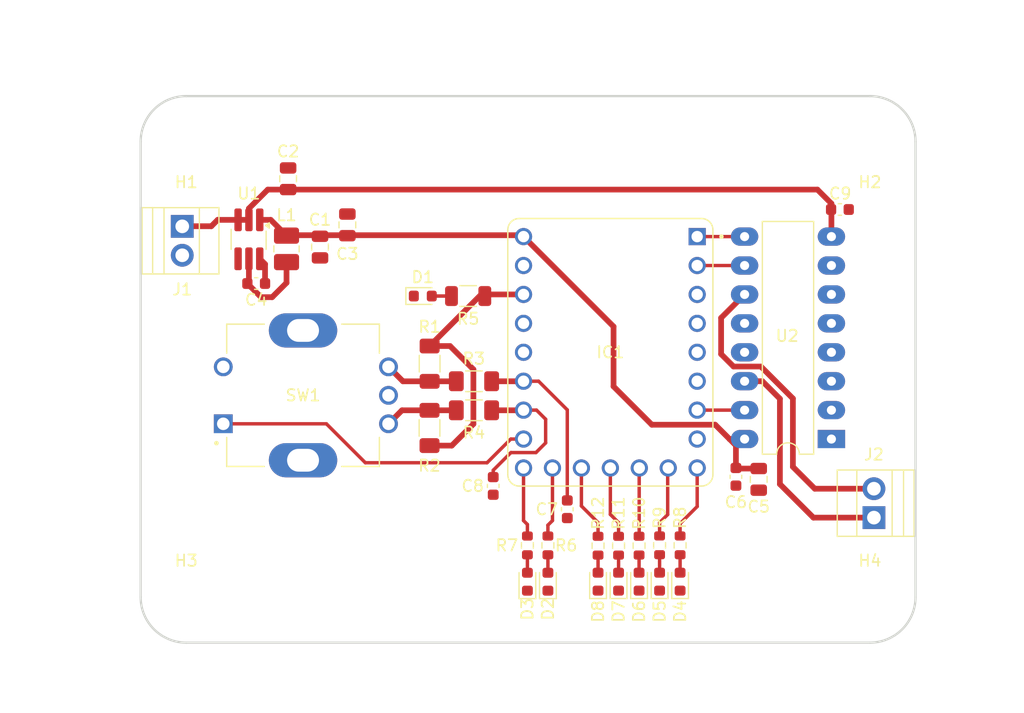
<source format=kicad_pcb>
(kicad_pcb (version 20240108) (generator "pcbnew") (generator_version "8.0")
  (layers (0 "F.Cu" signal) (31 "B.Cu" power) (34 "B.Paste" user) (35 "F.Paste" user) (36 "B.SilkS" user "B.Silkscreen") (37 "F.SilkS" user "F.Silkscreen") (38 "B.Mask" user) (39 "F.Mask" user) (44 "Edge.Cuts" user))
  (net 0 "")
  (net 1 "+5V")
  (net 2 "GND")
  (net 3 "+12V")
  (net 4 "LEFTpin")
  (net 5 "S1")
  (net 6 "S2")
  (net 7 "Apin")
  (net 8 "MpinPWM")
  (net 9 "S5")
  (net 10 "S4")
  (net 12 "MpinA")
  (net 13 "SW")
  (net 14 "S3")
  (net 15 "RIGHTpin")
  (net 17 "MpinB")
  (net 18 "Bpin")
  (net 19 "+3.3V")
  (net 21 "Net-(J2-Pin_1)")
  (net 22 "Net-(J2-Pin_2)")
  (net 23 "Net-(U1-SW)")
  (net 24 "Net-(D1-A)")
  (net 25 "Net-(R1-Pad2)")
  (net 26 "Net-(U1-BST)")
  (net 27 "Net-(D2-A)")
  (net 28 "Net-(D3-A)")
  (net 29 "Net-(D4-A)")
  (net 30 "Net-(D5-A)")
  (net 31 "Net-(D6-A)")
  (net 32 "Net-(D7-A)")
  (net 33 "Net-(D8-A)")
  (net 43 "Net-(R2-Pad2)")
  (footprint "Package_TO_SOT_SMD:TSOT-23-6_HandSoldering" (layer "F.Cu") (at 125.76 81.52 -90)
    (property "Reference" "U1" (at -4.02 0 0) (layer "F.SilkS"))
    (property "Value" "AP63200WU")
    (fp_line (start -0.88 1.56) (end 0.88 1.56) (stroke (width 0.12)) (layer "F.SilkS"))
    (fp_line (start 0.08 -1.51) (end -0.72 -1.51) (stroke (width 0.12)) (layer "F.SilkS"))
    (fp_line (start 0.08 -1.51) (end 0.88 -1.51) (stroke (width 0.12)) (layer "F.SilkS"))
    (fp_poly (pts (xy -1.22 -1.46) (xy -1.46 -1.79) (xy -0.98 -1.79) (xy -1.22 -1.46)) (stroke (width 0.12)) (fill solid) (layer "F.SilkS"))
    (pad "1" smd roundrect (at -1.71 -0.95 270) (size 2 0.65) (layers "F.Cu" "F.Paste" "F.Mask") (net 1 "+5V"))
    (pad "2" smd roundrect (at -1.71 0 270) (size 2 0.65) (layers "F.Cu" "F.Paste" "F.Mask") (net 3 "+12V"))
    (pad "3" smd roundrect (at -1.71 0.95 270) (size 2 0.65) (layers "F.Cu" "F.Paste" "F.Mask") (net 3 "+12V"))
    (pad "4" smd roundrect (at 1.71 0.95 270) (size 2 0.65) (layers "F.Cu" "F.Paste" "F.Mask") (net 2 "GND"))
    (pad "5" smd roundrect (at 1.71 0 270) (size 2 0.65) (layers "F.Cu" "F.Paste" "F.Mask") (net 23 "Net-(U1-SW)"))
    (pad "6" smd roundrect (at 1.71 -0.95 270) (size 2 0.65) (layers "F.Cu" "F.Paste" "F.Mask") (net 26 "Net-(U1-BST)"))
  )
  (footprint "LED_SMD:LED_0603_1608Metric" (layer "F.Cu") (at 152 111.5875 90)
    (property "Reference" "D2" (at -2.4125 0 90) (layer "F.SilkS"))
    (property "Value" "LEFT")
    (fp_line (start 0.8 -0.735) (end -1.485 -0.735) (stroke (width 0.12)) (layer "F.SilkS"))
    (fp_line (start -1.485 -0.735) (end -1.485 0.735) (stroke (width 0.12)) (layer "F.SilkS"))
    (fp_line (start -1.485 0.735) (end 0.8 0.735) (stroke (width 0.12)) (layer "F.SilkS"))
    (pad "1" smd roundrect (at -0.7875 0 90) (size 0.875 0.95) (layers "F.Cu" "F.Paste" "F.Mask") (net 2 "GND"))
    (pad "2" smd roundrect (at 0.7875 0 90) (size 0.875 0.95) (layers "F.Cu" "F.Paste" "F.Mask") (net 27 "Net-(D2-A)"))
  )
  (footprint "Resistor_SMD:R_0603_1608Metric" (layer "F.Cu") (at 158.2 108.425 -90)
    (property "Reference" "R11" (at -2.855 0 -90) (layer "F.SilkS"))
    (property "Value" "1K")
    (fp_line (start -0.237258 0.5225) (end 0.237258 0.5225) (stroke (width 0.12)) (layer "F.SilkS"))
    (fp_line (start -0.237258 -0.5225) (end 0.237258 -0.5225) (stroke (width 0.12)) (layer "F.SilkS"))
    (pad "1" smd roundrect (at -0.825 0 270) (size 0.8 0.95) (layers "F.Cu" "F.Paste" "F.Mask") (net 10 "S4"))
    (pad "2" smd roundrect (at 0.825 0 270) (size 0.8 0.95) (layers "F.Cu" "F.Paste" "F.Mask") (net 32 "Net-(D7-A)"))
  )
  (footprint "Resistor_SMD:R_1206_3216Metric_Pad1.30x1.75mm_HandSolder" (layer "F.Cu") (at 141.62 92.44 -90)
    (property "Reference" "R1" (at -3.24 0 0) (layer "F.SilkS"))
    (property "Value" "10K")
    (fp_line (start -0.727064 0.91) (end 0.727064 0.91) (stroke (width 0.12)) (layer "F.SilkS"))
    (fp_line (start -0.727064 -0.91) (end 0.727064 -0.91) (stroke (width 0.12)) (layer "F.SilkS"))
    (pad "1" smd roundrect (at -1.55 0 270) (size 1.3 1.75) (layers "F.Cu" "F.Paste" "F.Mask") (roundrect_rratio 0.192308) (net 19 "+3.3V"))
    (pad "2" smd roundrect (at 1.55 0 270) (size 1.3 1.75) (layers "F.Cu" "F.Paste" "F.Mask") (roundrect_rratio 0.192308) (net 25 "Net-(R1-Pad2)"))
  )
  (footprint "Resistor_SMD:R_1206_3216Metric_Pad1.30x1.75mm_HandSolder" (layer "F.Cu") (at 145.51 96.535)
    (property "Reference" "R4" (at 0 1.965 0) (layer "F.SilkS"))
    (property "Value" "10K")
    (fp_line (start -0.727064 -0.91) (end 0.727064 -0.91) (stroke (width 0.12)) (layer "F.SilkS"))
    (fp_line (start -0.727064 0.91) (end 0.727064 0.91) (stroke (width 0.12)) (layer "F.SilkS"))
    (pad "1" smd roundrect (at -1.55 0) (size 1.3 1.75) (layers "F.Cu" "F.Paste" "F.Mask") (roundrect_rratio 0.192308) (net 43 "Net-(R2-Pad2)"))
    (pad "2" smd roundrect (at 1.55 0) (size 1.3 1.75) (layers "F.Cu" "F.Paste" "F.Mask") (roundrect_rratio 0.192308) (net 7 "Apin"))
  )
  (footprint "Capacitor_SMD:C_0603_1608Metric" (layer "F.Cu") (at 177.625 78.9)
    (property "Reference" "C9" (at 0.025 -1.4 0) (layer "F.SilkS"))
    (property "Value" "100uf/25V")
    (fp_line (start -0.14058 -0.51) (end 0.14058 -0.51) (stroke (width 0.12)) (layer "F.SilkS"))
    (fp_line (start -0.14058 0.51) (end 0.14058 0.51) (stroke (width 0.12)) (layer "F.SilkS"))
    (pad "1" smd roundrect (at -0.775 0) (size 0.9 0.95) (layers "F.Cu" "F.Paste" "F.Mask") (net 3 "+12V"))
    (pad "2" smd roundrect (at 0.775 0) (size 0.9 0.95) (layers "F.Cu" "F.Paste" "F.Mask") (net 2 "GND"))
  )
  (footprint "MountingHole:MountingHole_2.2mm_M2" (layer "F.Cu") (at 120.26 72.94)
    (property "Reference" "H1" (at 0 3.56 0) (layer "F.SilkS"))
    (property "Value" "MountingHole")
    (pad "" np_thru_hole circle (at 0 0) (size 2.2 2.2) (drill 2.2) (layers "*.Cu" "*.Mask"))
  )
  (footprint "LED_SMD:LED_0603_1608Metric" (layer "F.Cu") (at 156.4 111.5825 90)
    (property "Reference" "D8" (at -2.6175 0 90) (layer "F.SilkS"))
    (property "Value" "S5")
    (fp_line (start 0.8 -0.735) (end -1.485 -0.735) (stroke (width 0.12)) (layer "F.SilkS"))
    (fp_line (start -1.485 -0.735) (end -1.485 0.735) (stroke (width 0.12)) (layer "F.SilkS"))
    (fp_line (start -1.485 0.735) (end 0.8 0.735) (stroke (width 0.12)) (layer "F.SilkS"))
    (pad "1" smd roundrect (at -0.7875 0 90) (size 0.875 0.95) (layers "F.Cu" "F.Paste" "F.Mask") (net 2 "GND"))
    (pad "2" smd roundrect (at 0.7875 0 90) (size 0.875 0.95) (layers "F.Cu" "F.Paste" "F.Mask") (net 33 "Net-(D8-A)"))
  )
  (footprint "Resistor_SMD:R_0603_1608Metric" (layer "F.Cu") (at 152 108.4 -90)
    (property "Reference" "R6" (at 0 -1.6 180) (layer "F.SilkS"))
    (property "Value" "1K")
    (fp_line (start -0.237258 0.5225) (end 0.237258 0.5225) (stroke (width 0.12)) (layer "F.SilkS"))
    (fp_line (start -0.237258 -0.5225) (end 0.237258 -0.5225) (stroke (width 0.12)) (layer "F.SilkS"))
    (pad "1" smd roundrect (at -0.825 0 270) (size 0.8 0.95) (layers "F.Cu" "F.Paste" "F.Mask") (net 4 "LEFTpin"))
    (pad "2" smd roundrect (at 0.825 0 270) (size 0.8 0.95) (layers "F.Cu" "F.Paste" "F.Mask") (net 27 "Net-(D2-A)"))
  )
  (footprint "MountingHole:MountingHole_2.2mm_M2" (layer "F.Cu") (at 120.26 112.94)
    (property "Reference" "H3" (at 0 -3.2 0) (layer "F.SilkS"))
    (property "Value" "MountingHole")
    (pad "" np_thru_hole circle (at 0 0) (size 2.2 2.2) (drill 2.2) (layers "*.Cu" "*.Mask"))
  )
  (footprint "LED_SMD:LED_0603_1608Metric" (layer "F.Cu") (at 158.2 111.5825 90)
    (property "Reference" "D7" (at -2.6175 0 -90) (layer "F.SilkS"))
    (property "Value" "S4")
    (fp_line (start 0.8 -0.735) (end -1.485 -0.735) (stroke (width 0.12)) (layer "F.SilkS"))
    (fp_line (start -1.485 -0.735) (end -1.485 0.735) (stroke (width 0.12)) (layer "F.SilkS"))
    (fp_line (start -1.485 0.735) (end 0.8 0.735) (stroke (width 0.12)) (layer "F.SilkS"))
    (pad "1" smd roundrect (at -0.7875 0 90) (size 0.875 0.95) (layers "F.Cu" "F.Paste" "F.Mask") (net 2 "GND"))
    (pad "2" smd roundrect (at 0.7875 0 90) (size 0.875 0.95) (layers "F.Cu" "F.Paste" "F.Mask") (net 32 "Net-(D7-A)"))
  )
  (footprint "MountingHole:MountingHole_2.2mm_M2" (layer "F.Cu") (at 180.26 112.94)
    (property "Reference" "H4" (at 0 -3.2 0) (layer "F.SilkS"))
    (property "Value" "MountingHole")
    (pad "" np_thru_hole circle (at 0 0) (size 2.2 2.2) (drill 2.2) (layers "*.Cu" "*.Mask"))
  )
  (footprint "Resistor_SMD:R_1206_3216Metric_Pad1.30x1.75mm_HandSolder" (layer "F.Cu") (at 141.61 98.085 -90)
    (property "Reference" "R2" (at 3.315 0.01 0) (layer "F.SilkS"))
    (property "Value" "10K")
    (fp_line (start -0.727064 0.91) (end 0.727064 0.91) (stroke (width 0.12)) (layer "F.SilkS"))
    (fp_line (start -0.727064 -0.91) (end 0.727064 -0.91) (stroke (width 0.12)) (layer "F.SilkS"))
    (pad "1" smd roundrect (at -1.55 0 270) (size 1.3 1.75) (layers "F.Cu" "F.Paste" "F.Mask") (roundrect_rratio 0.192308) (net 19 "+3.3V"))
    (pad "2" smd roundrect (at 1.55 0 270) (size 1.3 1.75) (layers "F.Cu" "F.Paste" "F.Mask") (roundrect_rratio 0.192308) (net 43 "Net-(R2-Pad2)"))
  )
  (footprint "Capacitor_SMD:C_0603_1608Metric" (layer "F.Cu") (at 168.5 102.375 -90)
    (property "Reference" "C6" (at 2.225 0 0) (layer "F.SilkS"))
    (property "Value" "100nf")
    (fp_line (start -0.14058 0.51) (end 0.14058 0.51) (stroke (width 0.12)) (layer "F.SilkS"))
    (fp_line (start -0.14058 -0.51) (end 0.14058 -0.51) (stroke (width 0.12)) (layer "F.SilkS"))
    (pad "1" smd roundrect (at -0.775 0 270) (size 0.9 0.95) (layers "F.Cu" "F.Paste" "F.Mask") (net 1 "+5V"))
    (pad "2" smd roundrect (at 0.775 0 270) (size 0.9 0.95) (layers "F.Cu" "F.Paste" "F.Mask") (net 2 "GND"))
  )
  (footprint "Capacitor_SMD:C_0603_1608Metric" (layer "F.Cu") (at 147.2 103.175 -90)
    (property "Reference" "C8" (at 0 1.8 180) (layer "F.SilkS"))
    (property "Value" "0.1uf")
    (fp_line (start -0.14058 0.51) (end 0.14058 0.51) (stroke (width 0.12)) (layer "F.SilkS"))
    (fp_line (start -0.14058 -0.51) (end 0.14058 -0.51) (stroke (width 0.12)) (layer "F.SilkS"))
    (pad "1" smd roundrect (at -0.775 0 270) (size 0.9 0.95) (layers "F.Cu" "F.Paste" "F.Mask") (net 2 "GND"))
    (pad "2" smd roundrect (at 0.775 0 270) (size 0.9 0.95) (layers "F.Cu" "F.Paste" "F.Mask") (net 7 "Apin"))
  )
  (footprint "Package_DIP:DIP-16_W7.62mm_LongPads" (layer "F.Cu") (at 176.88 99.06 180)
    (property "Reference" "U2" (at 3.88 9.06 0) (layer "F.SilkS"))
    (property "Value" "L293D")
    (fp_line (start 6.06 19.11) (end 6.06 -1.33) (stroke (width 0.12)) (layer "F.SilkS"))
    (fp_line (start 6.06 -1.33) (end 4.81 -1.33) (stroke (width 0.12)) (layer "F.SilkS"))
    (fp_line (start 2.81 -1.33) (end 1.56 -1.33) (stroke (width 0.12)) (layer "F.SilkS"))
    (fp_line (start 1.56 19.11) (end 6.06 19.11) (stroke (width 0.12)) (layer "F.SilkS"))
    (fp_line (start 1.56 -1.33) (end 1.56 19.11) (stroke (width 0.12)) (layer "F.SilkS"))
    (fp_arc (start 4.81 -1.33) (mid 3.81 -0.33) (end 2.81 -1.33) (stroke (width 0.12)) (layer "F.SilkS"))
    (pad "1" thru_hole rect (at 0 0 180) (size 2.4 1.6) (drill 0.8) (layers "*.Cu" "*.Mask"))
    (pad "2" thru_hole oval (at 0 2.54 180) (size 2.4 1.6) (drill 0.8) (layers "*.Cu" "*.Mask"))
    (pad "3" thru_hole oval (at 0 5.08 180) (size 2.4 1.6) (drill 0.8) (layers "*.Cu" "*.Mask"))
    (pad "4" thru_hole oval (at 0 7.62 180) (size 2.4 1.6) (drill 0.8) (layers "*.Cu" "*.Mask") (net 2 "GND"))
    (pad "5" thru_hole oval (at 0 10.16 180) (size 2.4 1.6) (drill 0.8) (layers "*.Cu" "*.Mask") (net 2 "GND"))
    (pad "6" thru_hole oval (at 0 12.7 180) (size 2.4 1.6) (drill 0.8) (layers "*.Cu" "*.Mask"))
    (pad "7" thru_hole oval (at 0 15.24 180) (size 2.4 1.6) (drill 0.8) (layers "*.Cu" "*.Mask"))
    (pad "8" thru_hole oval (at 0 17.78 180) (size 2.4 1.6) (drill 0.8) (layers "*.Cu" "*.Mask") (net 3 "+12V"))
    (pad "9" thru_hole oval (at 7.62 17.78 180) (size 2.4 1.6) (drill 0.8) (layers "*.Cu" "*.Mask") (net 8 "MpinPWM"))
    (pad "10" thru_hole oval (at 7.62 15.24 180) (size 2.4 1.6) (drill 0.8) (layers "*.Cu" "*.Mask") (net 12 "MpinA"))
    (pad "11" thru_hole oval (at 7.62 12.7 180) (size 2.4 1.6) (drill 0.8) (layers "*.Cu" "*.Mask") (net 22 "Net-(J2-Pin_2)"))
    (pad "12" thru_hole oval (at 7.62 10.16 180) (size 2.4 1.6) (drill 0.8) (layers "*.Cu" "*.Mask") (net 2 "GND"))
    (pad "13" thru_hole oval (at 7.62 7.62 180) (size 2.4 1.6) (drill 0.8) (layers "*.Cu" "*.Mask") (net 2 "GND"))
    (pad "14" thru_hole oval (at 7.62 5.08 180) (size 2.4 1.6) (drill 0.8) (layers "*.Cu" "*.Mask") (net 21 "Net-(J2-Pin_1)"))
    (pad "15" thru_hole oval (at 7.62 2.54 180) (size 2.4 1.6) (drill 0.8) (layers "*.Cu" "*.Mask") (net 17 "MpinB"))
    (pad "16" thru_hole oval (at 7.62 0 180) (size 2.4 1.6) (drill 0.8) (layers "*.Cu" "*.Mask") (net 1 "+5V"))
  )
  (footprint "Resistor_SMD:R_1206_3216Metric_Pad1.30x1.75mm_HandSolder" (layer "F.Cu") (at 145.51 93.985)
    (property "Reference" "R3" (at -0.01 -1.985 0) (layer "F.SilkS"))
    (property "Value" "10K")
    (fp_line (start -0.727064 -0.91) (end 0.727064 -0.91) (stroke (width 0.12)) (layer "F.SilkS"))
    (fp_line (start -0.727064 0.91) (end 0.727064 0.91) (stroke (width 0.12)) (layer "F.SilkS"))
    (pad "1" smd roundrect (at -1.55 0) (size 1.3 1.75) (layers "F.Cu" "F.Paste" "F.Mask") (roundrect_rratio 0.192308) (net 25 "Net-(R1-Pad2)"))
    (pad "2" smd roundrect (at 1.55 0) (size 1.3 1.75) (layers "F.Cu" "F.Paste" "F.Mask") (roundrect_rratio 0.192308) (net 18 "Bpin"))
  )
  (footprint "Resistor_SMD:R_0603_1608Metric" (layer "F.Cu") (at 163.6 108.395 -90)
    (property "Reference" "R8" (at -2.425 0 -90) (layer "F.SilkS"))
    (property "Value" "1K")
    (fp_line (start -0.237258 0.5225) (end 0.237258 0.5225) (stroke (width 0.12)) (layer "F.SilkS"))
    (fp_line (start -0.237258 -0.5225) (end 0.237258 -0.5225) (stroke (width 0.12)) (layer "F.SilkS"))
    (pad "1" smd roundrect (at -0.825 0 270) (size 0.8 0.95) (layers "F.Cu" "F.Paste" "F.Mask") (net 5 "S1"))
    (pad "2" smd roundrect (at 0.825 0 270) (size 0.8 0.95) (layers "F.Cu" "F.Paste" "F.Mask") (net 29 "Net-(D4-A)"))
  )
  (footprint "PEC11R-4215F-S0024:XDCR_PEC11R-4215F-S0024" (layer "F.Cu") (at 130.51 95.22 90)
    (property "Reference" "SW1" (at 0 0 0) (layer "F.SilkS"))
    (property "Value" "~")
    (fp_line (start 6.25 -6.7) (end 6.25 -3.4) (stroke (width 0.127)) (layer "F.SilkS"))
    (fp_line (start 3.7 -6.7) (end 6.25 -6.7) (stroke (width 0.127)) (layer "F.SilkS"))
    (fp_line (start -6.25 -6.7) (end -3.7 -6.7) (stroke (width 0.127)) (layer "F.SilkS"))
    (fp_line (start -6.25 -3.4) (end -6.25 -6.7) (stroke (width 0.127)) (layer "F.SilkS"))
    (fp_line (start -6.25 3.4) (end -6.25 6.7) (stroke (width 0.127)) (layer "F.SilkS"))
    (fp_line (start 6.25 6.7) (end 6.25 3.4) (stroke (width 0.127)) (layer "F.SilkS"))
    (fp_line (start 3.7 6.7) (end 6.25 6.7) (stroke (width 0.127)) (layer "F.SilkS"))
    (fp_line (start -6.25 6.7) (end -3.7 6.7) (stroke (width 0.127)) (layer "F.SilkS"))
    (fp_circle (center -4.2 -7.6) (end -4.1 -7.6) (stroke (width 0.2)) (fill none) (layer "F.SilkS"))
    (pad "A" thru_hole circle (at -2.5 7.5 90) (size 1.65 1.65) (drill 1.1) (layers "*.Cu" "*.Mask") (net 43 "Net-(R2-Pad2)"))
    (pad "B" thru_hole circle (at 2.5 7.5 90) (size 1.65 1.65) (drill 1.1) (layers "*.Cu" "*.Mask") (net 25 "Net-(R1-Pad2)"))
    (pad "C" thru_hole circle (at 0 7.5 90) (size 1.65 1.65) (drill 1.1) (layers "*.Cu" "*.Mask") (net 2 "GND"))
    (pad "S1" thru_hole rect (at -2.5 -7 90) (size 1.65 1.65) (drill 1.1) (layers "*.Cu" "*.Mask") (net 13 "SW"))
    (pad "S2" thru_hole circle (at 2.5 -7 90) (size 1.65 1.65) (drill 1.1) (layers "*.Cu" "*.Mask") (net 2 "GND"))
    (pad "SHIELD" thru_hole oval (at -5.7 0 90) (size 3 6) (drill oval 2 2.8) (layers "*.Cu" "*.Mask") (net 2 "GND"))
    (pad "SHIELD" thru_hole oval (at 5.7 0 90) (size 3 6) (drill oval 2 2.8) (layers "*.Cu" "*.Mask") (net 2 "GND"))
  )
  (footprint "LED_SMD:LED_0603_1608Metric" (layer "F.Cu") (at 163.6 111.5825 90)
    (property "Reference" "D4" (at -2.6175 0 -90) (layer "F.SilkS"))
    (property "Value" "S1")
    (fp_line (start 0.8 -0.735) (end -1.485 -0.735) (stroke (width 0.12)) (layer "F.SilkS"))
    (fp_line (start -1.485 -0.735) (end -1.485 0.735) (stroke (width 0.12)) (layer "F.SilkS"))
    (fp_line (start -1.485 0.735) (end 0.8 0.735) (stroke (width 0.12)) (layer "F.SilkS"))
    (pad "1" smd roundrect (at -0.7875 0 90) (size 0.875 0.95) (layers "F.Cu" "F.Paste" "F.Mask") (net 2 "GND"))
    (pad "2" smd roundrect (at 0.7875 0 90) (size 0.875 0.95) (layers "F.Cu" "F.Paste" "F.Mask") (net 29 "Net-(D4-A)"))
  )
  (footprint "LED_SMD:LED_0603_1608Metric" (layer "F.Cu") (at 161.8 111.5825 90)
    (property "Reference" "D5" (at -2.6175 0 -90) (layer "F.SilkS"))
    (property "Value" "S2")
    (fp_line (start 0.8 -0.735) (end -1.485 -0.735) (stroke (width 0.12)) (layer "F.SilkS"))
    (fp_line (start -1.485 -0.735) (end -1.485 0.735) (stroke (width 0.12)) (layer "F.SilkS"))
    (fp_line (start -1.485 0.735) (end 0.8 0.735) (stroke (width 0.12)) (layer "F.SilkS"))
    (pad "1" smd roundrect (at -0.7875 0 90) (size 0.875 0.95) (layers "F.Cu" "F.Paste" "F.Mask") (net 2 "GND"))
    (pad "2" smd roundrect (at 0.7875 0 90) (size 0.875 0.95) (layers "F.Cu" "F.Paste" "F.Mask") (net 30 "Net-(D5-A)"))
  )
  (footprint "MountingHole:MountingHole_2.2mm_M2" (layer "F.Cu") (at 180.26 72.94)
    (property "Reference" "H2" (at 0 3.56 0) (layer "F.SilkS"))
    (property "Value" "MountingHole")
    (pad "" np_thru_hole circle (at 0 0) (size 2.2 2.2) (drill 2.2) (layers "*.Cu" "*.Mask"))
  )
  (footprint "Resistor_SMD:R_1206_3216Metric" (layer "F.Cu") (at 145 86.5 180)
    (property "Reference" "R5" (at 0 -2 0) (layer "F.SilkS"))
    (property "Value" "1K")
    (fp_line (start -0.727064 0.91) (end 0.727064 0.91) (stroke (width 0.12)) (layer "F.SilkS"))
    (fp_line (start -0.727064 -0.91) (end 0.727064 -0.91) (stroke (width 0.12)) (layer "F.SilkS"))
    (pad "1" smd roundrect (at -1.4625 0 180) (size 1.125 1.75) (layers "F.Cu" "F.Paste" "F.Mask") (roundrect_rratio 0.222222) (net 19 "+3.3V"))
    (pad "2" smd roundrect (at 1.4625 0 180) (size 1.125 1.75) (layers "F.Cu" "F.Paste" "F.Mask") (roundrect_rratio 0.222222) (net 24 "Net-(D1-A)"))
  )
  (footprint "Resistor_SMD:R_0603_1608Metric" (layer "F.Cu") (at 160 108.42 -90)
    (property "Reference" "R10" (at -2.85 0 -90) (layer "F.SilkS"))
    (property "Value" "1K")
    (fp_line (start -0.237258 0.5225) (end 0.237258 0.5225) (stroke (width 0.12)) (layer "F.SilkS"))
    (fp_line (start -0.237258 -0.5225) (end 0.237258 -0.5225) (stroke (width 0.12)) (layer "F.SilkS"))
    (pad "1" smd roundrect (at -0.825 0 270) (size 0.8 0.95) (layers "F.Cu" "F.Paste" "F.Mask") (net 14 "S3"))
    (pad "2" smd roundrect (at 0.825 0 270) (size 0.8 0.95) (layers "F.Cu" "F.Paste" "F.Mask") (net 31 "Net-(D6-A)"))
  )
  (footprint "Resistor_SMD:R_0603_1608Metric" (layer "F.Cu") (at 156.4 108.425 -90)
    (property "Reference" "R12" (at -2.855 0 -90) (layer "F.SilkS"))
    (property "Value" "1K")
    (fp_line (start -0.237258 0.5225) (end 0.237258 0.5225) (stroke (width 0.12)) (layer "F.SilkS"))
    (fp_line (start -0.237258 -0.5225) (end 0.237258 -0.5225) (stroke (width 0.12)) (layer "F.SilkS"))
    (pad "1" smd roundrect (at -0.825 0 270) (size 0.8 0.95) (layers "F.Cu" "F.Paste" "F.Mask") (net 9 "S5"))
    (pad "2" smd roundrect (at 0.825 0 270) (size 0.8 0.95) (layers "F.Cu" "F.Paste" "F.Mask") (net 33 "Net-(D8-A)"))
  )
  (footprint "TerminalBlock:TerminalBlock_Xinya_XY308-2.54-2P_1x02_P2.54mm_Horizontal" (layer "F.Cu") (at 180.61 105.96 90)
    (property "Reference" "J2" (at 5.54 0 0) (layer "F.SilkS"))
    (property "Value" "01x02")
    (fp_line (start 4.18 -3.22) (end 4.18 3.52) (stroke (width 0.12)) (layer "F.SilkS"))
    (fp_line (start -1.64 -3.22) (end 4.18 -3.22) (stroke (width 0.12)) (layer "F.SilkS"))
    (fp_line (start -1.64 -3.22) (end -1.64 3.52) (stroke (width 0.12)) (layer "F.SilkS"))
    (fp_line (start -1.64 -1.501) (end 4.18 -1.501) (stroke (width 0.12)) (layer "F.SilkS"))
    (fp_line (start -1.64 1.6) (end 4.18 1.6) (stroke (width 0.12)) (layer "F.SilkS"))
    (fp_line (start -1.64 2.6) (end 4.18 2.6) (stroke (width 0.12)) (layer "F.SilkS"))
    (fp_line (start -1.64 3.52) (end 4.18 3.52) (stroke (width 0.12)) (layer "F.SilkS"))
    (pad "1" thru_hole rect (at 0 0 90) (size 2 2) (drill 1.2) (layers "*.Cu" "*.Mask") (net 21 "Net-(J2-Pin_1)"))
    (pad "2" thru_hole circle (at 2.54 0 90) (size 2 2) (drill 1.2) (layers "*.Cu" "*.Mask") (net 22 "Net-(J2-Pin_2)"))
  )
  (footprint "Capacitor_SMD:C_0603_1608Metric" (layer "F.Cu") (at 153.7 105.225 -90)
    (property "Reference" "C7" (at 0 1.8 180) (layer "F.SilkS"))
    (property "Value" "0.1uf")
    (fp_line (start -0.14058 0.51) (end 0.14058 0.51) (stroke (width 0.12)) (layer "F.SilkS"))
    (fp_line (start -0.14058 -0.51) (end 0.14058 -0.51) (stroke (width 0.12)) (layer "F.SilkS"))
    (pad "1" smd roundrect (at -0.775 0 270) (size 0.9 0.95) (layers "F.Cu" "F.Paste" "F.Mask") (net 2 "GND"))
    (pad "2" smd roundrect (at 0.775 0 270) (size 0.9 0.95) (layers "F.Cu" "F.Paste" "F.Mask") (net 18 "Bpin"))
  )
  (footprint "Capacitor_SMD:C_0603_1608Metric" (layer "F.Cu") (at 126.4 85.4 180)
    (property "Reference" "C4" (at 0 -1.43 180) (layer "F.SilkS"))
    (property "Value" "100nf")
    (fp_line (start -0.14058 0.51) (end 0.14058 0.51) (stroke (width 0.12)) (layer "F.SilkS"))
    (fp_line (start -0.14058 -0.51) (end 0.14058 -0.51) (stroke (width 0.12)) (layer "F.SilkS"))
    (pad "1" smd roundrect (at -0.775 0 180) (size 0.9 0.95) (layers "F.Cu" "F.Paste" "F.Mask") (net 26 "Net-(U1-BST)"))
    (pad "2" smd roundrect (at 0.775 0 180) (size 0.9 0.95) (layers "F.Cu" "F.Paste" "F.Mask") (net 23 "Net-(U1-SW)"))
  )
  (footprint "Resistor_SMD:R_0603_1608Metric" (layer "F.Cu") (at 150.2 108.4 -90)
    (property "Reference" "R7" (at 0 1.8 180) (layer "F.SilkS"))
    (property "Value" "1K")
    (fp_line (start -0.237258 0.5225) (end 0.237258 0.5225) (stroke (width 0.12)) (layer "F.SilkS"))
    (fp_line (start -0.237258 -0.5225) (end 0.237258 -0.5225) (stroke (width 0.12)) (layer "F.SilkS"))
    (pad "1" smd roundrect (at -0.825 0 270) (size 0.8 0.95) (layers "F.Cu" "F.Paste" "F.Mask") (net 15 "RIGHTpin"))
    (pad "2" smd roundrect (at 0.825 0 270) (size 0.8 0.95) (layers "F.Cu" "F.Paste" "F.Mask") (net 28 "Net-(D3-A)"))
  )
  (footprint "Capacitor_SMD:C_0805_2012Metric" (layer "F.Cu") (at 134.4 80.25 90)
    (property "Reference" "C3" (at -2.55 0 0) (layer "F.SilkS"))
    (property "Value" "22uf")
    (fp_line (start -0.261252 -0.735) (end 0.261252 -0.735) (stroke (width 0.12)) (layer "F.SilkS"))
    (fp_line (start -0.261252 0.735) (end 0.261252 0.735) (stroke (width 0.12)) (layer "F.SilkS"))
    (pad "1" smd roundrect (at -0.95 0 90) (size 1 1.45) (layers "F.Cu" "F.Paste" "F.Mask") (net 2 "GND"))
    (pad "2" smd roundrect (at 0.95 0 90) (size 1 1.45) (layers "F.Cu" "F.Paste" "F.Mask") (net 1 "+5V"))
  )
  (footprint "TerminalBlock:TerminalBlock_Xinya_XY308-2.54-2P_1x02_P2.54mm_Horizontal" (layer "F.Cu") (at 119.91 80.38 -90)
    (property "Reference" "J1" (at 5.54 0 0) (layer "F.SilkS"))
    (property "Value" "01x02")
    (fp_line (start -1.64 3.52) (end 4.18 3.52) (stroke (width 0.12)) (layer "F.SilkS"))
    (fp_line (start -1.64 2.6) (end 4.18 2.6) (stroke (width 0.12)) (layer "F.SilkS"))
    (fp_line (start -1.64 1.6) (end 4.18 1.6) (stroke (width 0.12)) (layer "F.SilkS"))
    (fp_line (start -1.64 -1.501) (end 4.18 -1.501) (stroke (width 0.12)) (layer "F.SilkS"))
    (fp_line (start -1.64 -3.22) (end -1.64 3.52) (stroke (width 0.12)) (layer "F.SilkS"))
    (fp_line (start -1.64 -3.22) (end 4.18 -3.22) (stroke (width 0.12)) (layer "F.SilkS"))
    (fp_line (start 4.18 -3.22) (end 4.18 3.52) (stroke (width 0.12)) (layer "F.SilkS"))
    (pad "1" thru_hole rect (at 0 0 270) (size 2 2) (drill 1.2) (layers "*.Cu" "*.Mask") (net 3 "+12V"))
    (pad "2" thru_hole circle (at 2.54 0 270) (size 2 2) (drill 1.2) (layers "*.Cu" "*.Mask") (net 2 "GND"))
  )
  (footprint "Capacitor_SMD:C_0805_2012Metric" (layer "F.Cu") (at 132 82.2 -90)
    (property "Reference" "C1" (at -2.4 0 180) (layer "F.SilkS"))
    (property "Value" "22uf/16V")
    (fp_line (start -0.261252 0.735) (end 0.261252 0.735) (stroke (width 0.12)) (layer "F.SilkS"))
    (fp_line (start -0.261252 -0.735) (end 0.261252 -0.735) (stroke (width 0.12)) (layer "F.SilkS"))
    (pad "1" smd roundrect (at -0.95 0 270) (size 1 1.45) (layers "F.Cu" "F.Paste" "F.Mask") (net 2 "GND"))
    (pad "2" smd roundrect (at 0.95 0 270) (size 1 1.45) (layers "F.Cu" "F.Paste" "F.Mask") (net 1 "+5V"))
  )
  (footprint "LED_SMD:LED_0603_1608Metric" (layer "F.Cu") (at 160 111.5825 90)
    (property "Reference" "D6" (at -2.6175 0 -90) (layer "F.SilkS"))
    (property "Value" "S3")
    (fp_line (start 0.8 -0.735) (end -1.485 -0.735) (stroke (width 0.12)) (layer "F.SilkS"))
    (fp_line (start -1.485 -0.735) (end -1.485 0.735) (stroke (width 0.12)) (layer "F.SilkS"))
    (fp_line (start -1.485 0.735) (end 0.8 0.735) (stroke (width 0.12)) (layer "F.SilkS"))
    (pad "1" smd roundrect (at -0.7875 0 90) (size 0.875 0.95) (layers "F.Cu" "F.Paste" "F.Mask") (net 2 "GND"))
    (pad "2" smd roundrect (at 0.7875 0 90) (size 0.875 0.95) (layers "F.Cu" "F.Paste" "F.Mask") (net 31 "Net-(D6-A)"))
  )
  (footprint "Capacitor_SMD:C_0805_2012Metric" (layer "F.Cu") (at 129.2 76.2 90)
    (property "Reference" "C2" (at 2.4 0 0) (layer "F.SilkS"))
    (property "Value" "22uf/16V")
    (fp_line (start -0.261252 -0.735) (end 0.261252 -0.735) (stroke (width 0.12)) (layer "F.SilkS"))
    (fp_line (start -0.261252 0.735) (end 0.261252 0.735) (stroke (width 0.12)) (layer "F.SilkS"))
    (pad "1" smd roundrect (at -0.95 0 90) (size 1 1.45) (layers "F.Cu" "F.Paste" "F.Mask") (net 3 "+12V"))
    (pad "2" smd roundrect (at 0.95 0 90) (size 1 1.45) (layers "F.Cu" "F.Paste" "F.Mask") (net 2 "GND"))
  )
  (footprint "Capacitor_SMD:C_0805_2012Metric" (layer "F.Cu") (at 170.5 102.6 -90)
    (property "Reference" "C5" (at 2.4 0 0) (layer "F.SilkS"))
    (property "Value" "100uf/6V")
    (fp_line (start -0.261252 0.735) (end 0.261252 0.735) (stroke (width 0.12)) (layer "F.SilkS"))
    (fp_line (start -0.261252 -0.735) (end 0.261252 -0.735) (stroke (width 0.12)) (layer "F.SilkS"))
    (pad "1" smd roundrect (at -0.95 0 270) (size 1 1.45) (layers "F.Cu" "F.Paste" "F.Mask") (net 1 "+5V"))
    (pad "2" smd roundrect (at 0.95 0 270) (size 1 1.45) (layers "F.Cu" "F.Paste" "F.Mask") (net 2 "GND"))
  )
  (footprint "LED_SMD:LED_0603_1608Metric" (layer "F.Cu") (at 141.02 86.5)
    (property "Reference" "D1" (at 0 -1.66 0) (layer "F.SilkS"))
    (property "Value" "PWR")
    (fp_line (start -1.485 -0.735) (end -1.485 0.735) (stroke (width 0.12)) (layer "F.SilkS"))
    (fp_line (start -1.485 0.735) (end 0.8 0.735) (stroke (width 0.12)) (layer "F.SilkS"))
    (fp_line (start 0.8 -0.735) (end -1.485 -0.735) (stroke (width 0.12)) (layer "F.SilkS"))
    (pad "1" smd roundrect (at -0.7875 0) (size 0.875 0.95) (layers "F.Cu" "F.Paste" "F.Mask") (net 2 "GND"))
    (pad "2" smd roundrect (at 0.7875 0) (size 0.875 0.95) (layers "F.Cu" "F.Paste" "F.Mask") (net 24 "Net-(D1-A)"))
  )
  (footprint "LED_SMD:LED_0603_1608Metric" (layer "F.Cu") (at 150.2 111.5875 90)
    (property "Reference" "D3" (at -2.4125 0 90) (layer "F.SilkS"))
    (property "Value" "RIGHT")
    (fp_line (start 0.8 -0.735) (end -1.485 -0.735) (stroke (width 0.12)) (layer "F.SilkS"))
    (fp_line (start -1.485 -0.735) (end -1.485 0.735) (stroke (width 0.12)) (layer "F.SilkS"))
    (fp_line (start -1.485 0.735) (end 0.8 0.735) (stroke (width 0.12)) (layer "F.SilkS"))
    (pad "1" smd roundrect (at -0.7875 0 90) (size 0.875 0.95) (layers "F.Cu" "F.Paste" "F.Mask") (net 2 "GND"))
    (pad "2" smd roundrect (at 0.7875 0 90) (size 0.875 0.95) (layers "F.Cu" "F.Paste" "F.Mask") (net 28 "Net-(D3-A)"))
  )
  (footprint "Resistor_SMD:R_0603_1608Metric" (layer "F.Cu") (at 161.8 108.3925 -90)
    (property "Reference" "R9" (at -2.4225 0 -90) (layer "F.SilkS"))
    (property "Value" "1K")
    (fp_line (start -0.237258 0.5225) (end 0.237258 0.5225) (stroke (width 0.12)) (layer "F.SilkS"))
    (fp_line (start -0.237258 -0.5225) (end 0.237258 -0.5225) (stroke (width 0.12)) (layer "F.SilkS"))
    (pad "1" smd roundrect (at -0.825 0 270) (size 0.8 0.95) (layers "F.Cu" "F.Paste" "F.Mask") (net 6 "S2"))
    (pad "2" smd roundrect (at 0.825 0 270) (size 0.8 0.95) (layers "F.Cu" "F.Paste" "F.Mask") (net 30 "Net-(D5-A)"))
  )
  (footprint "Inductor_SMD:L_1008_2520Metric_Pad1.43x2.20mm_HandSolder" (layer "F.Cu") (at 129.06 82.3575 90)
    (property "Reference" "L1" (at 2.9575 0 0) (layer "F.SilkS"))
    (property "Value" "4.7uH")
    (fp_line (start -0.261252 -1.11) (end 0.261252 -1.11) (stroke (width 0.12)) (layer "F.SilkS"))
    (fp_line (start -0.261252 1.11) (end 0.261252 1.11) (stroke (width 0.12)) (layer "F.SilkS"))
    (pad "1" smd roundrect (at -1.1625 0 90) (size 1.425 2.2) (layers "F.Cu" "F.Paste" "F.Mask") (roundrect_rratio 0.175439) (net 23 "Net-(U1-SW)"))
    (pad "2" smd roundrect (at 1.1625 0 90) (size 1.425 2.2) (layers "F.Cu" "F.Paste" "F.Mask") (roundrect_rratio 0.175439) (net 1 "+5V"))
  )
  (footprint "RP2040-ZERO:MODULE_RP2040-ZERO" (layer "F.Cu") (at 157.48 91.44)
    (property "Reference" "IC1" (at 0 0 0) (layer "F.SilkS"))
    (property "Value" "RP2040-ZERO")
    (fp_line (start -9 -10.75) (end -9 10.75) (stroke (width 0.127)) (layer "F.SilkS"))
    (fp_line (start -8 11.75) (end 8 11.75) (stroke (width 0.127)) (layer "F.SilkS"))
    (fp_line (start 8 -11.75) (end -8 -11.75) (stroke (width 0.127)) (layer "F.SilkS"))
    (fp_line (start 9 10.75) (end 9 -10.75) (stroke (width 0.127)) (layer "F.SilkS"))
    (fp_arc (start -9 -10.75) (mid -8.707107 -11.457107) (end -8 -11.75) (stroke (width 0.127)) (layer "F.SilkS"))
    (fp_arc (start -8 11.75) (mid -8.707107 11.457107) (end -9 10.75) (stroke (width 0.127)) (layer "F.SilkS"))
    (fp_arc (start 8 -11.75) (mid 8.707107 -11.457107) (end 9 -10.75) (stroke (width 0.127)) (layer "F.SilkS"))
    (fp_arc (start 9 10.75) (mid 8.707107 11.457107) (end 8 11.75) (stroke (width 0.127)) (layer "F.SilkS"))
    (fp_circle (center 9.75 -10.16) (end 9.85 -10.16) (stroke (width 0.2)) (fill none) (layer "F.SilkS"))
    (pad "1" thru_hole rect (at 7.62 -10.16) (size 1.508 1.508) (drill 1) (layers "*.Cu" "*.Mask") (net 8 "MpinPWM"))
    (pad "2" thru_hole circle (at 7.62 -7.62) (size 1.508 1.508) (drill 1) (layers "*.Cu" "*.Mask") (net 12 "MpinA"))
    (pad "3" thru_hole circle (at 7.62 -5.08) (size 1.508 1.508) (drill 1) (layers "*.Cu" "*.Mask"))
    (pad "4" thru_hole circle (at 7.62 -2.54) (size 1.508 1.508) (drill 1) (layers "*.Cu" "*.Mask"))
    (pad "5" thru_hole circle (at 7.62 0) (size 1.508 1.508) (drill 1) (layers "*.Cu" "*.Mask"))
    (pad "6" thru_hole circle (at 7.62 2.54) (size 1.508 1.508) (drill 1) (layers "*.Cu" "*.Mask"))
    (pad "7" thru_hole circle (at 7.62 5.08) (size 1.508 1.508) (drill 1) (layers "*.Cu" "*.Mask") (net 17 "MpinB"))
    (pad "8" thru_hole circle (at 7.62 7.62) (size 1.508 1.508) (drill 1) (layers "*.Cu" "*.Mask"))
    (pad "9" thru_hole circle (at 7.62 10.16) (size 1.508 1.508) (drill 1) (layers "*.Cu" "*.Mask") (net 5 "S1"))
    (pad "10" thru_hole circle (at 5.08 10.16) (size 1.508 1.508) (drill 1) (layers "*.Cu" "*.Mask") (net 6 "S2"))
    (pad "11" thru_hole circle (at 2.54 10.16) (size 1.508 1.508) (drill 1) (layers "*.Cu" "*.Mask") (net 14 "S3"))
    (pad "12" thru_hole circle (at 0 10.16) (size 1.508 1.508) (drill 1) (layers "*.Cu" "*.Mask") (net 10 "S4"))
    (pad "13" thru_hole circle (at -2.54 10.16) (size 1.508 1.508) (drill 1) (layers "*.Cu" "*.Mask") (net 9 "S5"))
    (pad "14" thru_hole circle (at -5.08 10.16) (size 1.508 1.508) (drill 1) (layers "*.Cu" "*.Mask") (net 4 "LEFTpin"))
    (pad "15" thru_hole circle (at -7.62 10.16) (size 1.508 1.508) (drill 1) (layers "*.Cu" "*.Mask") (net 15 "RIGHTpin"))
    (pad "16" thru_hole circle (at -7.62 7.62) (size 1.508 1.508) (drill 1) (layers "*.Cu" "*.Mask") (net 13 "SW"))
    (pad "17" thru_hole circle (at -7.62 5.08) (size 1.508 1.508) (drill 1) (layers "*.Cu" "*.Mask") (net 7 "Apin"))
    (pad "18" thru_hole circle (at -7.62 2.54) (size 1.508 1.508) (drill 1) (layers "*.Cu" "*.Mask") (net 18 "Bpin"))
    (pad "19" thru_hole circle (at -7.62 0) (size 1.508 1.508) (drill 1) (layers "*.Cu" "*.Mask"))
    (pad "20" thru_hole circle (at -7.62 -2.54) (size 1.508 1.508) (drill 1) (layers "*.Cu" "*.Mask"))
    (pad "21" thru_hole circle (at -7.62 -5.08) (size 1.508 1.508) (drill 1) (layers "*.Cu" "*.Mask") (net 19 "+3.3V"))
    (pad "22" thru_hole circle (at -7.62 -7.62) (size 1.508 1.508) (drill 1) (layers "*.Cu" "*.Mask") (net 2 "GND"))
    (pad "23" thru_hole circle (at -7.62 -10.16) (size 1.508 1.508) (drill 1) (layers "*.Cu" "*.Mask") (net 1 "+5V"))
  )
  (gr_line (start 180.26 68.94) (end 120.26 68.94) (stroke (width 0.2)) (layer "Edge.Cuts"))
  (gr_arc (start 180.26 68.94) (mid 183.088427 70.111573) (end 184.26 72.94) (stroke (width 0.2)) (layer "Edge.Cuts"))
  (gr_line (start 184.26 72.94) (end 184.26 112.94) (stroke (width 0.2)) (layer "Edge.Cuts"))
  (gr_line (start 180.26 116.94) (end 120.26 116.94) (stroke (width 0.2)) (layer "Edge.Cuts"))
  (gr_arc (start 116.26 72.94) (mid 117.431573 70.111573) (end 120.26 68.94) (stroke (width 0.2)) (layer "Edge.Cuts"))
  (gr_arc (start 184.26 112.94) (mid 183.088427 115.768427) (end 180.26 116.94) (stroke (width 0.2)) (layer "Edge.Cuts"))
  (gr_line (start 116.26 72.94) (end 116.26 112.94) (stroke (width 0.2)) (layer "Edge.Cuts"))
  (gr_arc (start 120.26 116.94) (mid 117.431573 115.768427) (end 116.26 112.94) (stroke (width 0.2)) (layer "Edge.Cuts"))
  (segment (start 170.5 101.65) (end 168.55 101.65) (width 0.5) (layer "F.Cu") (net 1))
  (segment (start 157.76 89.18) (end 149.86 81.28) (width 0.5) (layer "F.Cu") (net 1))
  (segment (start 127.675 79.81) (end 129.06 81.195) (width 0.5) (layer "F.Cu") (net 1))
  (segment (start 157.76 94.44) (end 157.76 89.18) (width 0.5) (layer "F.Cu") (net 1))
  (segment (start 168.5 101.6) (end 168.5 99.62) (width 0.5) (layer "F.Cu") (net 1))
  (segment (start 166.68 97.8) (end 161.12 97.8) (width 0.5) (layer "F.Cu") (net 1))
  (segment (start 129.0975 81.1575) (end 149.7375 81.1575) (width 0.5) (layer "F.Cu") (net 1))
  (segment (start 169.26 99.06) (end 167.94 99.06) (width 0.5) (layer "F.Cu") (net 1))
  (segment (start 126.71 79.81) (end 127.675 79.81) (width 0.5) (layer "F.Cu") (net 1))
  (segment (start 129.06 81.195) (end 129.0975 81.1575) (width 0.5) (layer "F.Cu") (net 1))
  (segment (start 168.55 101.65) (end 168.5 101.6) (width 0.5) (layer "F.Cu") (net 1))
  (segment (start 167.94 99.06) (end 166.68 97.8) (width 0.5) (layer "F.Cu") (net 1))
  (segment (start 149.7375 81.1575) (end 149.86 81.28) (width 0.5) (layer "F.Cu") (net 1))
  (segment (start 168.5 99.62) (end 167.94 99.06) (width 0.5) (layer "F.Cu") (net 1))
  (segment (start 161.12 97.8) (end 157.76 94.44) (width 0.5) (layer "F.Cu") (net 1))
  (segment (start 122.46 80.37) (end 119.92 80.37) (width 0.5) (layer "F.Cu") (net 3))
  (segment (start 125.76 78.810001) (end 125.76 79.81) (width 0.5) (layer "F.Cu") (net 3))
  (segment (start 123.02 79.81) (end 122.46 80.37) (width 0.5) (layer "F.Cu") (net 3))
  (segment (start 124.81 79.81) (end 123.02 79.81) (width 0.5) (layer "F.Cu") (net 3))
  (segment (start 127.420001 77.15) (end 125.76 78.810001) (width 0.5) (layer "F.Cu") (net 3))
  (segment (start 125.76 79.81) (end 124.81 79.81) (width 0.5) (layer "F.Cu") (net 3))
  (segment (start 176.88 78.38) (end 175.65 77.15) (width 0.5) (layer "F.Cu") (net 3))
  (segment (start 176.88 81.28) (end 176.88 78.38) (width 0.5) (layer "F.Cu") (net 3))
  (segment (start 119.92 80.37) (end 119.91 80.38) (width 0.5) (layer "F.Cu") (net 3))
  (segment (start 175.65 77.15) (end 127.420001 77.15) (width 0.5) (layer "F.Cu") (net 3))
  (segment (start 152.4 106.22) (end 152.4 101.6) (width 0.3) (layer "F.Cu") (net 4))
  (segment (start 152.4 106.22) (end 152 106.62) (width 0.3) (layer "F.Cu") (net 4))
  (segment (start 152 106.62) (end 152 107.575) (width 0.3) (layer "F.Cu") (net 4))
  (segment (start 163.6 106.485) (end 165.1 104.985) (width 0.3) (layer "F.Cu") (net 5))
  (segment (start 163.6 107.57) (end 163.6 106.485) (width 0.3) (layer "F.Cu") (net 5))
  (segment (start 165.1 104.985) (end 165.1 101.6) (width 0.3) (layer "F.Cu") (net 5))
  (segment (start 162.51 101.65) (end 162.56 101.6) (width 0.3) (layer "F.Cu") (net 6))
  (segment (start 161.8 107.5675) (end 161.8 106.4) (width 0.3) (layer "F.Cu") (net 6))
  (segment (start 162.51 105.69) (end 162.51 101.65) (width 0.3) (layer "F.Cu") (net 6))
  (segment (start 161.8 106.4) (end 162.51 105.69) (width 0.3) (layer "F.Cu") (net 6))
  (segment (start 150.95 100.25) (end 151.8 99.4) (width 0.3) (layer "F.Cu") (net 7))
  (segment (start 151.8 97.32) (end 151 96.52) (width 0.3) (layer "F.Cu") (net 7))
  (segment (start 151.8 99.4) (end 151.8 97.32) (width 0.3) (layer "F.Cu") (net 7))
  (segment (start 151 96.52) (end 149.86 96.52) (width 0.3) (layer "F.Cu") (net 7))
  (segment (start 147.2 101.8) (end 148.75 100.25) (width 0.3) (layer "F.Cu") (net 7))
  (segment (start 148.75 100.25) (end 150.95 100.25) (width 0.3) (layer "F.Cu") (net 7))
  (segment (start 149.845 96.535) (end 149.86 96.52) (width 0.5) (layer "F.Cu") (net 7))
  (segment (start 147.2 102.4) (end 147.2 101.8) (width 0.3) (layer "F.Cu") (net 7))
  (segment (start 147.06 96.535) (end 149.845 96.535) (width 0.5) (layer "F.Cu") (net 7))
  (segment (start 165.1 81.28) (end 169.26 81.28) (width 0.3) (layer "F.Cu") (net 8))
  (segment (start 156.4 107.6) (end 156.4 106.4) (width 0.3) (layer "F.Cu") (net 9))
  (segment (start 154.94 104.94) (end 154.94 101.6) (width 0.3) (layer "F.Cu") (net 9))
  (segment (start 156.4 106.4) (end 154.94 104.94) (width 0.3) (layer "F.Cu") (net 9))
  (segment (start 158.2 106.4) (end 157.48 105.68) (width 0.3) (layer "F.Cu") (net 10))
  (segment (start 158.2 107.6) (end 158.2 106.4) (width 0.3) (layer "F.Cu") (net 10))
  (segment (start 157.48 105.68) (end 157.48 101.6) (width 0.3) (layer "F.Cu") (net 10))
  (segment (start 165.1 83.82) (end 169.26 83.82) (width 0.3) (layer "F.Cu") (net 12))
  (segment (start 148.74 99.06) (end 146.66 101.14) (width 0.3) (layer "F.Cu") (net 13))
  (segment (start 146.66 101.14) (end 135.98 101.14) (width 0.3) (layer "F.Cu") (net 13))
  (segment (start 149.86 99.06) (end 148.74 99.06) (width 0.3) (layer "F.Cu") (net 13))
  (segment (start 132.56 97.72) (end 123.51 97.72) (width 0.3) (layer "F.Cu") (net 13))
  (segment (start 135.98 101.14) (end 132.56 97.72) (width 0.3) (layer "F.Cu") (net 13))
  (segment (start 160.01 101.61) (end 160.02 101.6) (width 0.3) (layer "F.Cu") (net 14))
  (segment (start 160 107.595) (end 160.01 107.585) (width 0.3) (layer "F.Cu") (net 14))
  (segment (start 160.01 107.585) (end 160.01 101.61) (width 0.3) (layer "F.Cu") (net 14))
  (segment (start 149.86 106.22) (end 149.86 101.6) (width 0.3) (layer "F.Cu") (net 15))
  (segment (start 149.86 106.22) (end 150.2 106.56) (width 0.3) (layer "F.Cu") (net 15))
  (segment (start 150.2 106.56) (end 150.2 107.575) (width 0.3) (layer "F.Cu") (net 15))
  (segment (start 165.1 96.52) (end 169.26 96.52) (width 0.3) (layer "F.Cu") (net 17))
  (segment (start 147.06 93.985) (end 149.855 93.985) (width 0.5) (layer "F.Cu") (net 18))
  (segment (start 153.7 104.45) (end 153.7 96.5) (width 0.3) (layer "F.Cu") (net 18))
  (segment (start 153.7 96.5) (end 151.18 93.98) (width 0.3) (layer "F.Cu") (net 18))
  (segment (start 149.855 93.985) (end 149.86 93.98) (width 0.5) (layer "F.Cu") (net 18))
  (segment (start 151.18 93.98) (end 149.86 93.98) (width 0.3) (layer "F.Cu") (net 18))
  (segment (start 141.61 96.535) (end 143.96 96.535) (width 0.5) (layer "F.Cu") (net 19))
  (segment (start 149.86 86.36) (end 146.15 86.36) (width 0.5) (layer "F.Cu") (net 19))
  (segment (start 145.46 97.74) (end 143.565 99.635) (width 0.5) (layer "F.Cu") (net 19))
  (segment (start 146.15 86.36) (end 141.62 90.89) (width 0.5) (layer "F.Cu") (net 19))
  (segment (start 141.62 90.89) (end 143.41 90.89) (width 0.5) (layer "F.Cu") (net 19))
  (segment (start 143.565 99.635) (end 141.61 99.635) (width 0.5) (layer "F.Cu") (net 19))
  (segment (start 145.46 92.94) (end 145.46 97.74) (width 0.5) (layer "F.Cu") (net 19))
  (segment (start 141.62 90.89) (end 141.62 90.5175) (width 0.5) (layer "F.Cu") (net 19))
  (segment (start 139.195 96.535) (end 138.01 97.72) (width 0.5) (layer "F.Cu") (net 19))
  (segment (start 143.41 90.89) (end 145.46 92.94) (width 0.5) (layer "F.Cu") (net 19))
  (segment (start 141.61 96.535) (end 139.195 96.535) (width 0.5) (layer "F.Cu") (net 19))
  (segment (start 170.82 93.98) (end 169.26 93.98) (width 0.5) (layer "F.Cu") (net 21))
  (segment (start 172.36 95.52) (end 170.82 93.98) (width 0.5) (layer "F.Cu") (net 21))
  (segment (start 172.36 103.02) (end 172.36 95.52) (width 0.5) (layer "F.Cu") (net 21))
  (segment (start 175.3 105.96) (end 172.36 103.02) (width 0.5) (layer "F.Cu") (net 21))
  (segment (start 180.61 105.96) (end 175.3 105.96) (width 0.5) (layer "F.Cu") (net 21))
  (segment (start 173.5 101.5) (end 173.5 95.5) (width 0.5) (layer "F.Cu") (net 22))
  (segment (start 167.2 91.6) (end 167.2 88.42) (width 0.5) (layer "F.Cu") (net 22))
  (segment (start 175.42 103.42) (end 173.5 101.5) (width 0.5) (layer "F.Cu") (net 22))
  (segment (start 170.69 92.69) (end 168.29 92.69) (width 0.5) (layer "F.Cu") (net 22))
  (segment (start 180.61 103.42) (end 175.42 103.42) (width 0.5) (layer "F.Cu") (net 22))
  (segment (start 167.2 88.42) (end 169.26 86.36) (width 0.5) (layer "F.Cu") (net 22))
  (segment (start 168.29 92.69) (end 167.2 91.6) (width 0.5) (layer "F.Cu") (net 22))
  (segment (start 173.5 95.5) (end 170.69 92.69) (width 0.5) (layer "F.Cu") (net 22))
  (segment (start 129.06 85.34) (end 129.06 83.52) (width 0.5) (layer "F.Cu") (net 23))
  (segment (start 125.625 85.4) (end 126.825 86.6) (width 0.5) (layer "F.Cu") (net 23))
  (segment (start 127.8 86.6) (end 129.06 85.34) (width 0.5) (layer "F.Cu") (net 23))
  (segment (start 126.825 86.6) (end 127.8 86.6) (width 0.5) (layer "F.Cu") (net 23))
  (segment (start 125.76 85.335) (end 125.825 85.4) (width 0.5) (layer "F.Cu") (net 23))
  (segment (start 125.76 83.23) (end 125.76 85.265) (width 0.5) (layer "F.Cu") (net 23))
  (segment (start 125.76 85.265) (end 125.625 85.4) (width 0.5) (layer "F.Cu") (net 23))
  (segment (start 141.8075 86.5) (end 143.5375 86.5) (width 0.3) (layer "F.Cu") (net 24))
  (segment (start 143.955 93.99) (end 143.96 93.985) (width 0.5) (layer "F.Cu") (net 25))
  (segment (start 139.28 93.99) (end 138.01 92.72) (width 0.5) (layer "F.Cu") (net 25))
  (segment (start 141.62 93.99) (end 139.28 93.99) (width 0.5) (layer "F.Cu") (net 25))
  (segment (start 141.62 93.99) (end 143.955 93.99) (width 0.5) (layer "F.Cu") (net 25))
  (segment (start 127.175 85.4) (end 127.175 83.695) (width 0.5) (layer "F.Cu") (net 26))
  (segment (start 127.175 83.695) (end 126.71 83.23) (width 0.5) (layer "F.Cu") (net 26))
  (segment (start 152 110.8) (end 152 109.225) (width 0.3) (layer "F.Cu") (net 27))
  (segment (start 150.2 110.8) (end 150.2 109.225) (width 0.3) (layer "F.Cu") (net 28))
  (segment (start 163.6 109.22) (end 163.6 110.795) (width 0.3) (layer "F.Cu") (net 29))
  (segment (start 161.8 109.2175) (end 161.8 110.795) (width 0.3) (layer "F.Cu") (net 30))
  (segment (start 160 109.245) (end 160 110.795) (width 0.3) (layer "F.Cu") (net 31))
  (segment (start 158.2 109.25) (end 158.2 110.795) (width 0.3) (layer "F.Cu") (net 32))
  (segment (start 156.4 109.25) (end 156.4 110.795) (width 0.3) (layer "F.Cu") (net 33))
)
</source>
